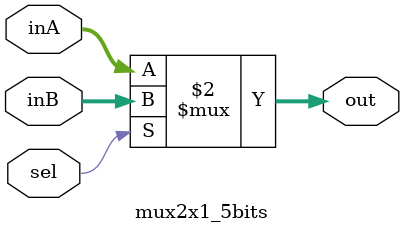
<source format=v>
module mux2x1_5bits(
    input [4:0] inA, inB,
    input sel,
    output [4:0] out
);

assign out = (sel == 1) ? inB : inA;

endmodule

</source>
